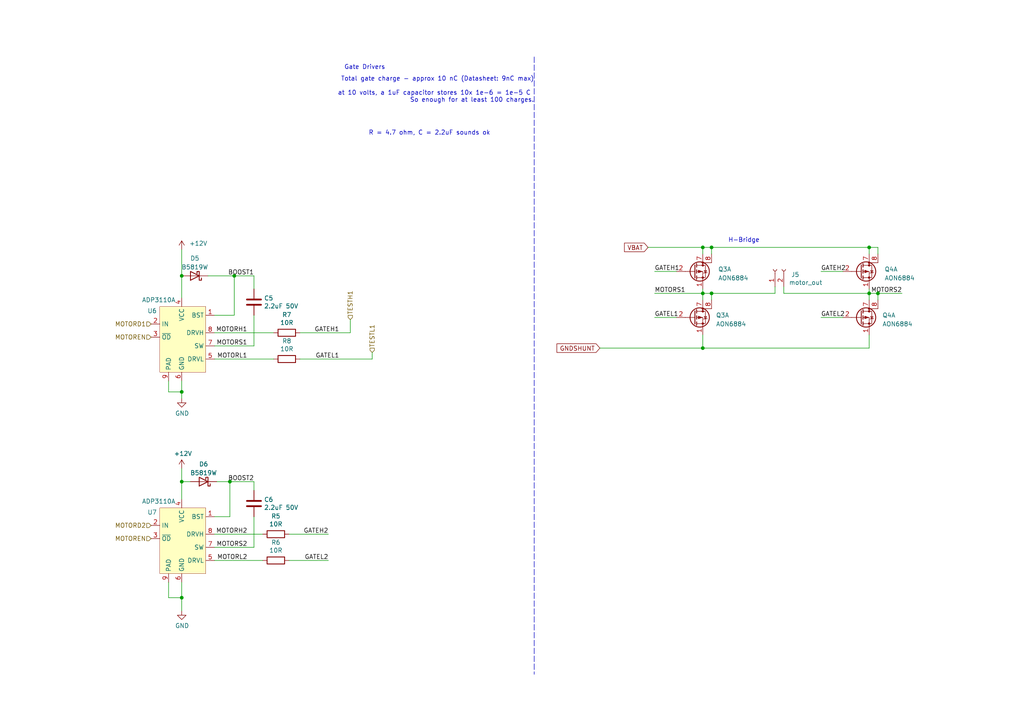
<source format=kicad_sch>
(kicad_sch (version 20210406) (generator eeschema)
  (paper "A4")
  (lib_symbols
    (symbol "Connector:Conn_01x02_Female" (pin_names (offset 1.016) hide)
      (property "Reference" "J" (at 0 2.54 0))
      (property "Value" "Conn_01x02_Female" (at 0 -5.08 0))
      (symbol "Conn_01x02_Female_1_1"
        (arc (start 0 -2.032) (end 0 -3.048) (radius (at 0 -2.54) (length 0.508) (angles 90.1 -90.1)) (stroke (width 0.1524)))
        (arc (start 0 0.508) (end 0 -0.508) (radius (at 0 0) (length 0.508) (angles 90.1 -90.1)) (stroke (width 0.1524)))
        (polyline (pts (xy -1.27 -2.54) (xy -0.508 -2.54)) (stroke (width 0.1524)))
        (polyline (pts (xy -1.27 0) (xy -0.508 0)) (stroke (width 0.1524)))
        (pin passive line (at -5.08 0 0) (length 3.81) (name "Pin_1") (number "1"))
        (pin passive line (at -5.08 -2.54 0) (length 3.81) (name "Pin_2") (number "2"))
      )
    )
    (symbol "Device:C" (pin_numbers hide) (pin_names (offset 0.254))
      (property "Reference" "C" (at 0.635 2.54 0))
      (property "Value" "C" (at 0.635 -2.54 0))
      (symbol "C_0_1"
        (polyline (pts (xy -2.032 -0.762) (xy 2.032 -0.762)) (stroke (width 0.508)))
        (polyline (pts (xy -2.032 0.762) (xy 2.032 0.762)) (stroke (width 0.508)))
      )
      (symbol "C_1_1"
        (pin passive line (at 0 3.81 270) (length 2.794) (name "~") (number "1"))
        (pin passive line (at 0 -3.81 90) (length 2.794) (name "~") (number "2"))
      )
    )
    (symbol "Device:D_Schottky" (pin_numbers hide) (pin_names (offset 1.016) hide)
      (property "Reference" "D" (at 0 2.54 0))
      (property "Value" "D_Schottky" (at 0 -2.54 0))
      (symbol "D_Schottky_0_1"
        (polyline (pts (xy 1.27 0) (xy -1.27 0)))
        (polyline (pts (xy 1.27 1.27) (xy 1.27 -1.27) (xy -1.27 0) (xy 1.27 1.27)) (stroke (width 0.254)))
        (polyline (pts (xy -1.905 0.635) (xy -1.905 1.27) (xy -1.27 1.27) (xy -1.27 -1.27) (xy -0.635 -1.27) (xy -0.635 -0.635)) (stroke (width 0.254)))
      )
      (symbol "D_Schottky_1_1"
        (pin passive line (at -3.81 0 0) (length 2.54) (name "K") (number "1"))
        (pin passive line (at 3.81 0 180) (length 2.54) (name "A") (number "2"))
      )
    )
    (symbol "Device:Q_Dual_PMOS_S1G1S2G2D2D2D1D1" (pin_names (offset 0) hide)
      (property "Reference" "Q" (at 6.35 1.27 0))
      (property "Value" "Q_Dual_PMOS_S1G1S2G2D2D2D1D1" (at 21.59 -1.27 0))
      (symbol "Q_Dual_PMOS_S1G1S2G2D2D2D1D1_0_1"
        (circle (center 1.651 0) (radius 2.794) (stroke (width 0.254)))
        (circle (center 2.54 -1.778) (radius 0.254) (fill (type outline)))
        (circle (center 2.54 1.778) (radius 0.254) (fill (type outline)))
        (circle (center 2.54 2.54) (radius 0.254) (fill (type outline)))
        (rectangle (start 5.08 2.54) (end 2.54 2.54))
        (polyline (pts (xy 0.254 0) (xy -2.54 0)))
        (polyline (pts (xy 0.254 1.905) (xy 0.254 -1.905)) (stroke (width 0.254)))
        (polyline (pts (xy 0.762 -1.27) (xy 0.762 -2.286)) (stroke (width 0.254)))
        (polyline (pts (xy 0.762 0.508) (xy 0.762 -0.508)) (stroke (width 0.254)))
        (polyline (pts (xy 0.762 2.286) (xy 0.762 1.27)) (stroke (width 0.254)))
        (polyline (pts (xy 2.54 2.54) (xy 2.54 1.778)))
        (polyline (pts (xy 2.54 -2.54) (xy 2.54 0) (xy 0.762 0)))
        (polyline (pts (xy 0.762 1.778) (xy 3.302 1.778) (xy 3.302 -1.778) (xy 0.762 -1.778)))
        (polyline (pts (xy 2.794 -0.508) (xy 2.921 -0.381) (xy 3.683 -0.381) (xy 3.81 -0.254)))
        (polyline (pts (xy 3.302 -0.381) (xy 2.921 0.254) (xy 3.683 0.254) (xy 3.302 -0.381)))
        (polyline (pts (xy 2.286 0) (xy 1.27 0.381) (xy 1.27 -0.381) (xy 2.286 0)) (fill (type outline)))
      )
      (symbol "Q_Dual_PMOS_S1G1S2G2D2D2D1D1_1_1"
        (pin passive line (at 2.54 -5.08 90) (length 2.54) (name "S") (number "1"))
        (pin input line (at -5.08 0 0) (length 2.54) (name "G") (number "2"))
        (pin passive line (at 2.54 5.08 270) (length 2.54) (name "D") (number "7"))
        (pin passive line (at 5.08 5.08 270) (length 2.54) (name "G") (number "8"))
      )
      (symbol "Q_Dual_PMOS_S1G1S2G2D2D2D1D1_2_1"
        (pin passive line (at 2.54 -5.08 90) (length 2.54) (name "S") (number "3"))
        (pin input line (at -5.08 0 0) (length 2.54) (name "G") (number "4"))
        (pin passive line (at 2.54 5.08 270) (length 2.54) (name "D") (number "5"))
        (pin passive line (at 5.08 5.08 270) (length 2.54) (name "G") (number "6"))
      )
    )
    (symbol "Device:R" (pin_numbers hide) (pin_names (offset 0))
      (property "Reference" "R" (at 2.032 0 90))
      (property "Value" "R" (at 0 0 90))
      (symbol "R_0_1"
        (rectangle (start -1.016 -2.54) (end 1.016 2.54) (stroke (width 0.254)))
      )
      (symbol "R_1_1"
        (pin passive line (at 0 3.81 270) (length 1.27) (name "~") (number "1"))
        (pin passive line (at 0 -3.81 90) (length 1.27) (name "~") (number "2"))
      )
    )
    (symbol "beetledouble:ADP3110A"
      (property "Reference" "U" (at 0 0 0))
      (property "Value" "ADP3110A" (at -6.35 12.7 0))
      (symbol "ADP3110A_0_1"
        (rectangle (start -6.35 11.43) (end 6.985 -7.62) (stroke (width 0.001)) (fill (type background)))
      )
      (symbol "ADP3110A_1_1"
        (pin power_out line (at 9.525 8.89 180) (length 2.54) (name "BST") (number "1"))
        (pin input line (at -8.89 6.35 0) (length 2.54) (name "IN") (number "2"))
        (pin input line (at -8.89 2.54 0) (length 2.54) (name "~OD") (number "3"))
        (pin power_in line (at 0 13.97 270) (length 2.54) (name "VCC") (number "4"))
        (pin output line (at 9.525 -3.81 180) (length 2.54) (name "DRVL") (number "5"))
        (pin power_in line (at 0 -10.16 90) (length 2.54) (name "GND") (number "6"))
        (pin passive line (at 9.525 0 180) (length 2.54) (name "SW") (number "7"))
        (pin output line (at 9.525 3.81 180) (length 2.54) (name "DRVH") (number "8"))
        (pin free line (at -3.81 -10.16 90) (length 2.54) (name "PAD") (number "9"))
      )
    )
    (symbol "power:+12V" (power) (pin_names (offset 0))
      (property "Value" "+12V" (at 0 3.556 0))
      (symbol "+12V_0_1"
        (polyline (pts (xy -0.762 1.27) (xy 0 2.54)))
        (polyline (pts (xy 0 0) (xy 0 2.54)))
        (polyline (pts (xy 0 2.54) (xy 0.762 1.27)))
      )
      (symbol "+12V_1_1"
        (pin power_in line (at 0 0 90) (length 0) hide (name "+12V") (number "1"))
      )
    )
    (symbol "power:GND" (power) (pin_names (offset 0))
      (property "Value" "GND" (at 0 -3.81 0))
      (symbol "GND_0_1"
        (polyline (pts (xy 0 0) (xy 0 -1.27) (xy 1.27 -1.27) (xy 0 -2.54) (xy -1.27 -1.27) (xy 0 -1.27)))
      )
      (symbol "GND_1_1"
        (pin power_in line (at 0 0 270) (length 0) hide (name "GND") (number "1"))
      )
    )
  )
  (junction (at 52.705 80.01) (diameter 0.9144))
  (junction (at 52.705 113.665) (diameter 0.9144))
  (junction (at 52.705 139.7) (diameter 0.9144))
  (junction (at 52.705 173.355) (diameter 0.9144))
  (junction (at 66.675 139.7) (diameter 0.9144))
  (junction (at 67.945 80.01) (diameter 0.9144))
  (junction (at 203.835 71.755) (diameter 0.9144))
  (junction (at 203.835 85.09) (diameter 0.9144))
  (junction (at 203.835 100.965) (diameter 0.9144))
  (junction (at 206.375 71.755) (diameter 0.9144))
  (junction (at 206.375 85.09) (diameter 0.9144))
  (junction (at 252.095 71.755) (diameter 0.9144))
  (junction (at 252.095 85.09) (diameter 0.9144))
  (junction (at 254.635 85.09) (diameter 0.9144))
  (wire (pts (xy 48.895 110.49) (xy 48.895 113.665)))
  (wire (pts (xy 48.895 113.665) (xy 52.705 113.665)))
  (wire (pts (xy 48.895 168.91) (xy 48.895 173.355)))
  (wire (pts (xy 48.895 173.355) (xy 52.705 173.355)))
  (wire (pts (xy 52.705 72.39) (xy 52.705 80.01)))
  (wire (pts (xy 52.705 80.01) (xy 52.705 86.36)))
  (wire (pts (xy 52.705 113.665) (xy 52.705 110.49)))
  (wire (pts (xy 52.705 115.57) (xy 52.705 113.665)))
  (wire (pts (xy 52.705 135.89) (xy 52.705 139.7)))
  (wire (pts (xy 52.705 139.7) (xy 52.705 144.78)))
  (wire (pts (xy 52.705 139.7) (xy 55.245 139.7)))
  (wire (pts (xy 52.705 173.355) (xy 52.705 168.91)))
  (wire (pts (xy 52.705 177.165) (xy 52.705 173.355)))
  (wire (pts (xy 60.325 80.01) (xy 67.945 80.01)))
  (wire (pts (xy 62.23 91.44) (xy 67.945 91.44)))
  (wire (pts (xy 62.23 96.52) (xy 79.375 96.52)))
  (wire (pts (xy 62.23 100.33) (xy 73.66 100.33)))
  (wire (pts (xy 62.23 104.14) (xy 79.375 104.14)))
  (wire (pts (xy 62.23 154.94) (xy 76.2 154.94)))
  (wire (pts (xy 62.23 158.75) (xy 73.66 158.75)))
  (wire (pts (xy 62.23 162.56) (xy 76.2 162.56)))
  (wire (pts (xy 62.865 139.7) (xy 66.675 139.7)))
  (wire (pts (xy 66.675 139.7) (xy 66.675 149.86)))
  (wire (pts (xy 66.675 139.7) (xy 73.66 139.7)))
  (wire (pts (xy 66.675 149.86) (xy 62.23 149.86)))
  (wire (pts (xy 67.945 80.01) (xy 73.66 80.01)))
  (wire (pts (xy 67.945 91.44) (xy 67.945 80.01)))
  (wire (pts (xy 73.66 80.01) (xy 73.66 83.82)))
  (wire (pts (xy 73.66 100.33) (xy 73.66 91.44)))
  (wire (pts (xy 73.66 139.7) (xy 73.66 142.24)))
  (wire (pts (xy 73.66 158.75) (xy 73.66 149.86)))
  (wire (pts (xy 83.82 154.94) (xy 95.25 154.94)))
  (wire (pts (xy 83.82 162.56) (xy 95.25 162.56)))
  (wire (pts (xy 86.995 96.52) (xy 101.6 96.52)))
  (wire (pts (xy 86.995 104.14) (xy 107.95 104.14)))
  (wire (pts (xy 101.6 92.71) (xy 101.6 96.52)))
  (wire (pts (xy 107.95 102.235) (xy 107.95 104.14)))
  (wire (pts (xy 173.99 100.965) (xy 203.835 100.965)))
  (wire (pts (xy 187.96 71.755) (xy 203.835 71.755)))
  (wire (pts (xy 189.865 78.74) (xy 196.215 78.74)))
  (wire (pts (xy 189.865 85.09) (xy 203.835 85.09)))
  (wire (pts (xy 189.865 92.075) (xy 196.215 92.075)))
  (wire (pts (xy 203.835 71.755) (xy 203.835 73.66)))
  (wire (pts (xy 203.835 71.755) (xy 206.375 71.755)))
  (wire (pts (xy 203.835 83.82) (xy 203.835 85.09)))
  (wire (pts (xy 203.835 85.09) (xy 203.835 86.995)))
  (wire (pts (xy 203.835 97.155) (xy 203.835 100.965)))
  (wire (pts (xy 203.835 100.965) (xy 252.095 100.965)))
  (wire (pts (xy 206.375 71.755) (xy 206.375 73.66)))
  (wire (pts (xy 206.375 71.755) (xy 252.095 71.755)))
  (wire (pts (xy 206.375 85.09) (xy 203.835 85.09)))
  (wire (pts (xy 206.375 85.09) (xy 224.79 85.09)))
  (wire (pts (xy 206.375 86.995) (xy 206.375 85.09)))
  (wire (pts (xy 224.79 83.185) (xy 224.79 85.09)))
  (wire (pts (xy 227.33 83.185) (xy 227.33 85.09)))
  (wire (pts (xy 227.33 85.09) (xy 252.095 85.09)))
  (wire (pts (xy 238.125 78.74) (xy 244.475 78.74)))
  (wire (pts (xy 238.125 92.075) (xy 244.475 92.075)))
  (wire (pts (xy 252.095 71.755) (xy 252.095 73.66)))
  (wire (pts (xy 252.095 71.755) (xy 254.635 71.755)))
  (wire (pts (xy 252.095 83.82) (xy 252.095 85.09)))
  (wire (pts (xy 252.095 85.09) (xy 252.095 86.995)))
  (wire (pts (xy 252.095 97.155) (xy 252.095 100.965)))
  (wire (pts (xy 254.635 71.755) (xy 254.635 73.66)))
  (wire (pts (xy 254.635 85.09) (xy 252.095 85.09)))
  (wire (pts (xy 254.635 85.09) (xy 261.62 85.09)))
  (wire (pts (xy 254.635 86.995) (xy 254.635 85.09)))
  (polyline (pts (xy 154.94 16.51) (xy 154.94 195.58)) (stroke (width 0) (type dash)))
  (text "Gate Drivers" (at 111.76 20.32 180) (effects (font (size 1.27 1.27)) (justify right bottom)))
  (text "R = 4.7 ohm, C = 2.2uF sounds ok" (at 142.24 39.37 180) (effects (font (size 1.27 1.27)) (justify right bottom)))
  (text "Total gate charge - approx 10 nC (Datasheet: 9nC max)\n\nat 10 volts, a 1uF capacitor stores 10x 1e-6 = 1e-5 C \nSo enough for at least 100 charges." (at 154.94 29.845 0) (effects (font (size 1.27 1.27)) (justify right bottom)))
  (text "H-Bridge\n" (at 220.345 70.485 180) (effects (font (size 1.27 1.27)) (justify right bottom)))
  (label "MOTORH1" (at 71.755 96.52 180))
  (label "MOTORS1" (at 71.755 100.33 180))
  (label "MOTORL1" (at 71.755 104.14 180))
  (label "MOTORH2" (at 71.755 154.94 180))
  (label "MOTORS2" (at 71.755 158.75 180))
  (label "MOTORL2" (at 71.755 162.56 180))
  (label "BOOST1" (at 73.66 80.01 180))
  (label "BOOST2" (at 73.66 139.7 180))
  (label "GATEH2" (at 95.25 154.94 180))
  (label "GATEL2" (at 95.25 162.56 180))
  (label "GATEH1" (at 98.425 96.52 180))
  (label "GATEL1" (at 98.425 104.14 180))
  (label "GATEH1" (at 189.865 78.74 0))
  (label "MOTORS1" (at 189.865 85.09 0))
  (label "GATEL1" (at 189.865 92.075 0))
  (label "GATEH2" (at 238.125 78.74 0))
  (label "GATEL2" (at 238.125 92.075 0))
  (label "MOTORS2" (at 261.62 85.09 180))
  (global_label "GNDSHUNT" (shape input) (at 173.99 100.965 180) (property "Intersheet References" "${INTERSHEET_REFS}" (effects hide)))
  (global_label "VBAT" (shape input) (at 187.96 71.755 180) (property "Intersheet References" "${INTERSHEET_REFS}" (effects hide)))
  (hierarchical_label "MOTORD1" (shape input) (at 43.815 93.98 180))
  (hierarchical_label "MOTOREN" (shape input) (at 43.815 97.79 180))
  (hierarchical_label "MOTORD2" (shape input) (at 43.815 152.4 180))
  (hierarchical_label "MOTOREN" (shape input) (at 43.815 156.21 180))
  (hierarchical_label "TESTH1" (shape input) (at 101.6 92.71 90))
  (hierarchical_label "TESTL1" (shape input) (at 107.95 102.235 90))
  (symbol (lib_id "power:+12V") (at 52.705 72.39 0)
    (property "Reference" "#PWR012" (effects hide))
    (property "Value" "+12V" (at 57.5183 70.6056 0))
  )
  (symbol (lib_id "power:+12V") (at 52.705 135.89 0)
    (property "Reference" "#PWR010" (effects hide))
    (property "Value" "+12V" (at 53.0733 131.5656 0))
  )
  (symbol (lib_id "power:GND") (at 52.705 115.57 0)
    (property "Reference" "#PWR013" (effects hide))
    (property "Value" "GND" (at 52.8193 119.8944 0))
  )
  (symbol (lib_id "power:GND") (at 52.705 177.165 0)
    (property "Reference" "#PWR011" (effects hide))
    (property "Value" "GND" (at 52.8193 181.4894 0))
  )
  (symbol (lib_id "Device:R") (at 80.01 154.94 90)
    (property "Reference" "R5" (at 80.01 149.7138 90))
    (property "Value" "10R" (at 80.01 152.0125 90))
    (property "Footprint" "Resistor_SMD:R_0603_1608Metric" (effects hide))
    (property "LCSC" "C22859" (effects hide))
  )
  (symbol (lib_id "Device:R") (at 80.01 162.56 90)
    (property "Reference" "R6" (at 80.01 157.3338 90))
    (property "Value" "10R" (at 80.01 159.6325 90))
    (property "Footprint" "Resistor_SMD:R_0603_1608Metric" (effects hide))
    (property "LCSC" "C22859" (effects hide))
  )
  (symbol (lib_id "Device:R") (at 83.185 96.52 90)
    (property "Reference" "R7" (at 83.185 91.2938 90))
    (property "Value" "10R" (at 83.185 93.5925 90))
    (property "Footprint" "Resistor_SMD:R_0603_1608Metric" (effects hide))
    (property "LCSC" "C22859" (effects hide))
  )
  (symbol (lib_id "Device:R") (at 83.185 104.14 90)
    (property "Reference" "R8" (at 83.185 98.9138 90))
    (property "Value" "10R" (at 83.185 101.2125 90))
    (property "Footprint" "Resistor_SMD:R_0603_1608Metric" (effects hide))
    (property "LCSC" "C22859" (effects hide))
  )
  (symbol (lib_id "Connector:Conn_01x02_Female") (at 224.79 78.105 90)
    (property "Reference" "J5" (at 229.4637 79.648 90) (effects (justify right)))
    (property "Value" "motor_out" (at 228.829 81.947 90) (effects (justify right)))
    (property "Footprint" "Connector_Wire:SolderWire-0.75sqmm_1x02_P4.8mm_D1.25mm_OD2.3mm" (effects hide))
  )
  (symbol (lib_id "Device:D_Schottky") (at 56.515 80.01 180)
    (property "Reference" "D5" (at 56.515 74.93 0))
    (property "Value" "B5819W" (at 56.515 77.47 0))
    (property "Footprint" "Diode_SMD:D_SOD-123" (effects hide))
    (property "LCSC" "C8598" (effects hide))
  )
  (symbol (lib_id "Device:D_Schottky") (at 59.055 139.7 180)
    (property "Reference" "D6" (at 59.055 134.62 0))
    (property "Value" "B5819W" (at 59.055 137.16 0))
    (property "Footprint" "Diode_SMD:D_SOD-123" (effects hide))
    (property "LCSC" "C8598" (effects hide))
  )
  (symbol (lib_id "Device:C") (at 73.66 87.63 0)
    (property "Reference" "C5" (at 76.5811 86.4806 0) (effects (justify left)))
    (property "Value" "2.2uF 50V" (at 76.5811 88.7793 0) (effects (justify left)))
    (property "Footprint" "Capacitor_SMD:C_0603_1608Metric" (effects hide))
    (property "LCSC" "C50254" (effects hide))
  )
  (symbol (lib_id "Device:C") (at 73.66 146.05 0)
    (property "Reference" "C6" (at 76.581 144.901 0) (effects (justify left)))
    (property "Value" "2.2uF 50V" (at 76.5811 147.1993 0) (effects (justify left)))
    (property "Footprint" "Capacitor_SMD:C_0603_1608Metric" (effects hide))
    (property "LCSC" "C50254" (effects hide))
  )
  (symbol (lib_id "Device:Q_Dual_PMOS_S1G1S2G2D2D2D1D1") (at 201.295 78.74 0)
    (property "Reference" "Q3" (at 208.28 78.1049 0) (effects (justify left)))
    (property "Value" "AON6884" (at 208.28 80.6449 0) (effects (justify left)))
    (property "Footprint" "beetledouble:Infineon-PG-TDSON" (effects hide))
    (property "LCSC" "C125872" (effects hide))
  )
  (symbol (lib_id "Device:Q_Dual_PMOS_S1G1S2G2D2D2D1D1") (at 201.295 92.075 0)
    (property "Reference" "Q3" (at 207.645 91.4399 0) (effects (justify left)))
    (property "Value" "AON6884" (at 207.645 93.9799 0) (effects (justify left)))
    (property "Footprint" "beetledouble:Infineon-PG-TDSON" (effects hide))
    (property "LCSC" "C125872" (effects hide))
  )
  (symbol (lib_id "Device:Q_Dual_PMOS_S1G1S2G2D2D2D1D1") (at 249.555 78.74 0)
    (property "Reference" "Q4" (at 256.54 78.1049 0) (effects (justify left)))
    (property "Value" "AON6884" (at 256.54 80.6449 0) (effects (justify left)))
    (property "Footprint" "beetledouble:Infineon-PG-TDSON" (effects hide))
    (property "LCSC" "C125872" (effects hide))
  )
  (symbol (lib_id "Device:Q_Dual_PMOS_S1G1S2G2D2D2D1D1") (at 249.555 92.075 0)
    (property "Reference" "Q4" (at 255.905 91.4399 0) (effects (justify left)))
    (property "Value" "AON6884" (at 255.905 93.9799 0) (effects (justify left)))
    (property "Footprint" "beetledouble:Infineon-PG-TDSON" (effects hide))
    (property "LCSC" "C125872" (effects hide))
  )
  (symbol (lib_id "beetledouble:ADP3110A") (at 52.705 100.33 0)
    (property "Reference" "U6" (at 44.1325 90.17 0))
    (property "Value" "ADP3110A" (at 46.0375 86.995 0))
    (property "Footprint" "beetledouble:DFN-8-3x3mm_hand1" (effects hide))
    (property "LCSC" "C109351" (effects hide))
  )
  (symbol (lib_id "beetledouble:ADP3110A") (at 52.705 158.75 0)
    (property "Reference" "U7" (at 44.1325 148.59 0))
    (property "Value" "ADP3110A" (at 46.0375 145.415 0))
    (property "Footprint" "beetledouble:DFN-8-3x3mm_hand1" (effects hide))
    (property "LCSC" "C109351" (effects hide))
  )
)
</source>
